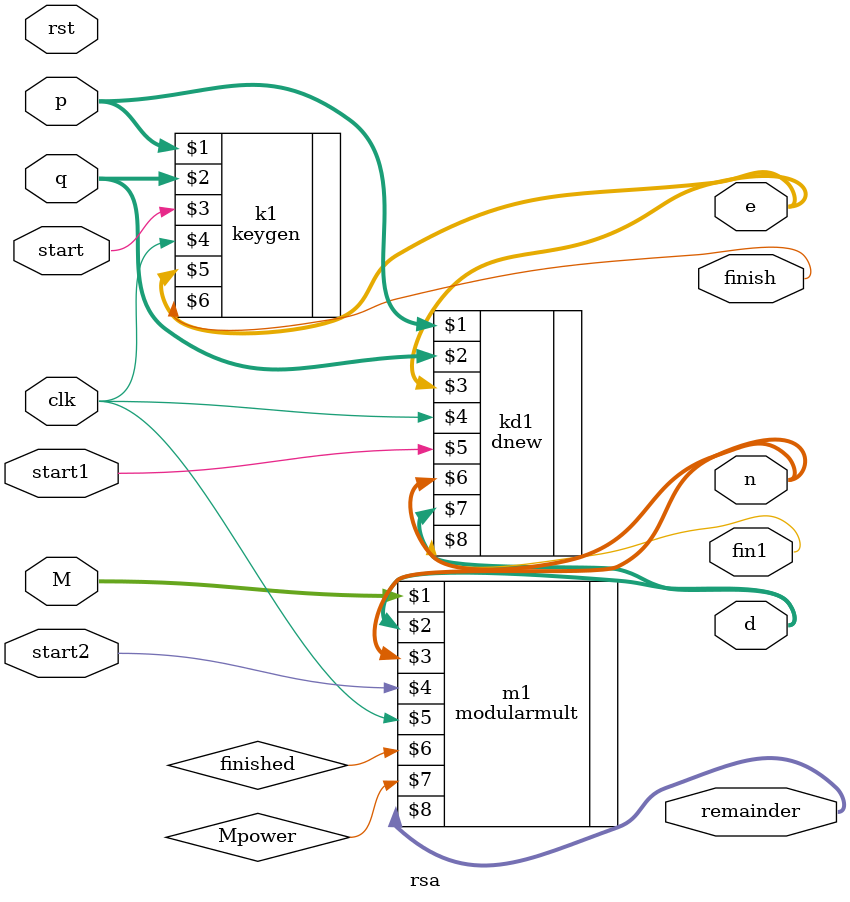
<source format=v>
`timescale 1ns / 1ps
module rsa(
    input [15:0] M,
    //input [7:0] A,
	 input [7:0]p,
	 input [7:0]q,
	 input clk,
	 input rst,
    input start,
	 input start1,
	 input start2,
	 output [7:0]e,
	 output [15:0]n,
//    input [2:0] outsel,
//    input [1:0] insel,
//	 output [7:0] B
	 output [15:0]remainder,
	 output [15:0] d,
	 output finish,
	 output fin1
    );
	 //p(8) and q(8) take through A by insel
	 //first n(16) and e(16) has to be generated to be transferred to client
	 //then C will be taken as input from the server
//	 reg [7:0] p,q,e;
		
	 		 //reg [15:0] n,d;
//	 reg [15:0]d1;
	 keygen k1 (p,q,start,clk,e,finish);
	 dnew kd1 (p,q,e,clk,start1,n,d,fin1);
	 modularmult m1 (M,d,n,start2,clk,finished,Mpower,remainder);

//	 always @ insel
//		case(insel)
//		2'b01:p=a;
//		2'b10:q=a;
//		endcase
//	 always @ outsel	
//		case(outsel)
//		3'b001:b=e;
//		3'b010:b=n[7:0];
//		3'b100:b=n[15:8];
//		endcase
	 
	 
endmodule

</source>
